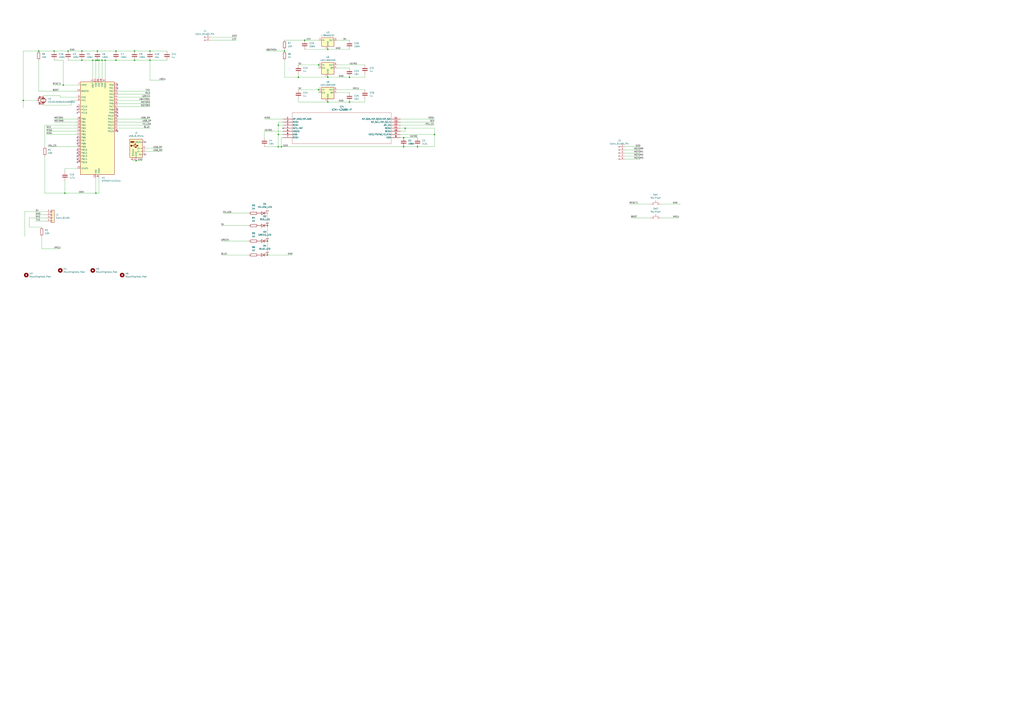
<source format=kicad_sch>
(kicad_sch (version 20231120) (generator "eeschema") (generator_version "8.0")
  (paper "A1")
  (lib_symbols
    (symbol "Conn_01x02_Pin_1" (pin_names (offset 1.016) hide)
      (property "Reference" "J4" (at 0.635 5.08 0))
      (property "Value" "Conn_01x02_Pin" (at 0.635 2.54 0))
      (symbol "Conn_01x02_Pin_1_1_1"
        (polyline (pts (xy 1.27 -2.54) (xy 0.8636 -2.54)) (stroke (width 0.1524)))
        (polyline (pts (xy 1.27 0) (xy 0.8636 0)) (stroke (width 0.1524)))
        (rectangle (start 0.8636 -2.413) (end 0 -2.667) (stroke (width 0.1524)) (fill (type outline)))
        (rectangle (start 0.8636 0.127) (end 0 -0.127) (stroke (width 0.1524)) (fill (type outline)))
        (pin power_out line (at 5.08 0 180) (length 3.81) (name "Pin_1") (number "1"))
        (pin power_out line (at 5.08 -2.54 180) (length 3.81) (name "Pin_2") (number "2"))
      )
    )
    (symbol "Connector:Conn_01x05_Pin" (pin_names (offset 1.016) hide)
      (property "Reference" "J" (at 0 7.62 0))
      (property "Value" "Conn_01x05_Pin" (at 0 -7.62 0))
      (symbol "Conn_01x05_Pin_1_1"
        (polyline (pts (xy 1.27 -5.08) (xy 0.8636 -5.08)) (stroke (width 0.1524)))
        (polyline (pts (xy 1.27 -2.54) (xy 0.8636 -2.54)) (stroke (width 0.1524)))
        (polyline (pts (xy 1.27 0) (xy 0.8636 0)) (stroke (width 0.1524)))
        (polyline (pts (xy 1.27 2.54) (xy 0.8636 2.54)) (stroke (width 0.1524)))
        (polyline (pts (xy 1.27 5.08) (xy 0.8636 5.08)) (stroke (width 0.1524)))
        (rectangle (start 0.8636 -4.953) (end 0 -5.207) (stroke (width 0.1524)) (fill (type outline)))
        (rectangle (start 0.8636 -2.413) (end 0 -2.667) (stroke (width 0.1524)) (fill (type outline)))
        (rectangle (start 0.8636 0.127) (end 0 -0.127) (stroke (width 0.1524)) (fill (type outline)))
        (rectangle (start 0.8636 2.667) (end 0 2.413) (stroke (width 0.1524)) (fill (type outline)))
        (rectangle (start 0.8636 5.207) (end 0 4.953) (stroke (width 0.1524)) (fill (type outline)))
        (pin passive line (at 5.08 5.08 180) (length 3.81) (name "Pin_1") (number "1"))
        (pin passive line (at 5.08 2.54 180) (length 3.81) (name "Pin_2") (number "2"))
        (pin passive line (at 5.08 0 180) (length 3.81) (name "Pin_3") (number "3"))
        (pin passive line (at 5.08 -2.54 180) (length 3.81) (name "Pin_4") (number "4"))
        (pin passive line (at 5.08 -5.08 180) (length 3.81) (name "Pin_5") (number "5"))
      )
    )
    (symbol "Connector:USB_B_Micro" (pin_names (offset 1.016))
      (property "Reference" "J2" (at 0 12.7 0))
      (property "Value" "USB_B_Micro" (at 0 10.16 0))
      (symbol "USB_B_Micro_0_1"
        (rectangle (start -5.08 -7.62) (end 5.08 7.62) (stroke (width 0.254)) (fill (type background)))
        (circle (center -3.81 2.159) (radius 0.635) (stroke (width 0.254)) (fill (type outline)))
        (circle (center -0.635 3.429) (radius 0.381) (stroke (width 0.254)) (fill (type outline)))
        (rectangle (start -0.127 -7.62) (end 0.127 -6.858))
        (polyline (pts (xy -1.905 2.159) (xy 0.635 2.159)) (stroke (width 0.254)))
        (polyline (pts (xy -3.175 2.159) (xy -2.54 2.159) (xy -1.27 3.429) (xy -0.635 3.429)) (stroke (width 0.254)))
        (polyline (pts (xy -2.54 2.159) (xy -1.905 2.159) (xy -1.27 0.889) (xy 0 0.889)) (stroke (width 0.254)))
        (polyline (pts (xy 0.635 2.794) (xy 0.635 1.524) (xy 1.905 2.159) (xy 0.635 2.794)) (stroke (width 0.254)) (fill (type outline)))
        (polyline (pts (xy -4.318 5.588) (xy -1.778 5.588) (xy -2.032 4.826) (xy -4.064 4.826) (xy -4.318 5.588)) (fill (type outline)))
        (polyline (pts (xy -4.699 5.842) (xy -4.699 5.588) (xy -4.445 4.826) (xy -4.445 4.572) (xy -1.651 4.572) (xy -1.651 4.826) (xy -1.397 5.588) (xy -1.397 5.842) (xy -4.699 5.842)))
        (rectangle (start 0.254 1.27) (end -0.508 0.508) (stroke (width 0.254)) (fill (type outline)))
        (rectangle (start 5.08 -5.207) (end 4.318 -4.953))
        (rectangle (start 5.08 -2.667) (end 4.318 -2.413))
        (rectangle (start 5.08 -0.127) (end 4.318 0.127))
        (rectangle (start 5.08 4.953) (end 4.318 5.207))
      )
      (symbol "USB_B_Micro_1_1"
        (pin power_out line (at 7.62 5.08 180) (length 2.54) (name "VBUS") (number "1"))
        (pin bidirectional line (at 7.62 -2.54 180) (length 2.54) (name "D-") (number "2"))
        (pin bidirectional line (at 7.62 0 180) (length 2.54) (name "D+") (number "3"))
        (pin passive line (at 7.62 -5.08 180) (length 2.54) (name "ID") (number "4"))
        (pin power_in line (at 0 -10.16 90) (length 2.54) (name "GND") (number "5"))
        (pin passive line (at -2.54 -10.16 90) (length 2.54) (name "Shield") (number "6"))
      )
    )
    (symbol "Connector_Generic:Conn_01x04" (pin_names (offset 1.016) hide)
      (property "Reference" "J" (at 0 5.08 0))
      (property "Value" "Conn_01x04" (at 0 -7.62 0))
      (symbol "Conn_01x04_1_1"
        (rectangle (start -1.27 -4.953) (end 0 -5.207) (stroke (width 0.1524)))
        (rectangle (start -1.27 -2.413) (end 0 -2.667) (stroke (width 0.1524)))
        (rectangle (start -1.27 0.127) (end 0 -0.127) (stroke (width 0.1524)))
        (rectangle (start -1.27 2.667) (end 0 2.413) (stroke (width 0.1524)))
        (rectangle (start -1.27 3.81) (end 1.27 -6.35) (stroke (width 0.254)) (fill (type background)))
        (pin passive line (at -5.08 2.54 0) (length 3.81) (name "Pin_1") (number "1"))
        (pin passive line (at -5.08 0 0) (length 3.81) (name "Pin_2") (number "2"))
        (pin passive line (at -5.08 -2.54 0) (length 3.81) (name "Pin_3") (number "3"))
        (pin passive line (at -5.08 -5.08 0) (length 3.81) (name "Pin_4") (number "4"))
      )
    )
    (symbol "Device:C" (pin_numbers hide) (pin_names (offset 0.254))
      (property "Reference" "C" (at 0.635 2.54 0))
      (property "Value" "C" (at 0.635 -2.54 0))
      (symbol "C_0_1"
        (polyline (pts (xy -2.032 -0.762) (xy 2.032 -0.762)) (stroke (width 0.508)))
        (polyline (pts (xy -2.032 0.762) (xy 2.032 0.762)) (stroke (width 0.508)))
      )
      (symbol "C_1_1"
        (pin passive line (at 0 3.81 270) (length 2.794) (name "~") (number "1"))
        (pin passive line (at 0 -3.81 90) (length 2.794) (name "~") (number "2"))
      )
    )
    (symbol "Device:LED" (pin_numbers hide) (pin_names (offset 1.016) hide)
      (property "Reference" "D" (at 0 2.54 0))
      (property "Value" "LED" (at 0 -2.54 0))
      (symbol "LED_0_1"
        (polyline (pts (xy -1.27 -1.27) (xy -1.27 1.27)) (stroke (width 0.254)))
        (polyline (pts (xy -1.27 0) (xy 1.27 0)))
        (polyline (pts (xy 1.27 -1.27) (xy 1.27 1.27) (xy -1.27 0) (xy 1.27 -1.27)) (stroke (width 0.254)))
        (polyline (pts (xy -3.048 -0.762) (xy -4.572 -2.286) (xy -3.81 -2.286) (xy -4.572 -2.286) (xy -4.572 -1.524)))
        (polyline (pts (xy -1.778 -0.762) (xy -3.302 -2.286) (xy -2.54 -2.286) (xy -3.302 -2.286) (xy -3.302 -1.524)))
      )
      (symbol "LED_1_1"
        (pin passive line (at -3.81 0 0) (length 2.54) (name "K") (number "1"))
        (pin passive line (at 3.81 0 180) (length 2.54) (name "A") (number "2"))
      )
    )
    (symbol "Device:R" (pin_numbers hide) (pin_names (offset 0))
      (property "Reference" "R" (at 2.032 0 90))
      (property "Value" "R" (at 0 0 90))
      (symbol "R_0_1"
        (rectangle (start -1.016 -2.54) (end 1.016 2.54) (stroke (width 0.254)))
      )
      (symbol "R_1_1"
        (pin passive line (at 0 3.81 270) (length 1.27) (name "~") (number "1"))
        (pin passive line (at 0 -3.81 90) (length 1.27) (name "~") (number "2"))
      )
    )
    (symbol "Device:Resonator" (pin_names (offset 1.016) hide)
      (property "Reference" "Y" (at 0 5.715 0))
      (property "Value" "Resonator" (at 0 3.81 0))
      (symbol "Resonator_0_1"
        (rectangle (start -3.429 -3.175) (end -1.397 -3.429) (fill (type outline)))
        (rectangle (start -3.429 -2.413) (end -1.397 -2.667) (fill (type outline)))
        (circle (center -2.413 0) (radius 0.254) (fill (type outline)))
        (rectangle (start -1.016 2.032) (end 1.016 -2.032) (stroke (width 0.3048)))
        (circle (center 0 -3.81) (radius 0.254) (fill (type outline)))
        (polyline (pts (xy -2.413 -2.413) (xy -2.413 0)))
        (polyline (pts (xy -1.905 0) (xy -3.175 0)))
        (polyline (pts (xy -1.778 -1.27) (xy -1.778 1.27)) (stroke (width 0.508)))
        (polyline (pts (xy 1.778 -1.27) (xy 1.778 1.27)) (stroke (width 0.508)))
        (polyline (pts (xy 1.905 0) (xy 2.54 0)))
        (polyline (pts (xy 2.413 0) (xy 2.413 -2.54)))
        (polyline (pts (xy 2.413 -3.302) (xy 2.413 -3.81) (xy -2.413 -3.81) (xy -2.413 -3.302)))
        (rectangle (start 1.397 -3.175) (end 3.429 -3.429) (fill (type outline)))
        (rectangle (start 1.397 -2.413) (end 3.429 -2.667) (fill (type outline)))
        (circle (center 2.413 0) (radius 0.254) (fill (type outline)))
      )
      (symbol "Resonator_1_1"
        (pin passive line (at -3.81 0 0) (length 1.27) (name "1") (number "1"))
        (pin passive line (at 0 -5.08 90) (length 1.27) (name "2") (number "2"))
        (pin passive line (at 3.81 0 180) (length 1.27) (name "3") (number "3"))
      )
    )
    (symbol "ICM42688P:ICM-42688-P" (pin_names (offset 0.254))
      (property "Reference" "U4" (at 48.26 10.16 0))
      (property "Value" "ICM-42688-P" (at 48.26 7.62 0))
      (symbol "ICM-42688-P_0_1"
        (polyline (pts (xy 7.62 -20.32) (xy 88.9 -20.32)) (stroke (width 0.127)))
        (polyline (pts (xy 7.62 5.08) (xy 7.62 -20.32)) (stroke (width 0.127)))
        (polyline (pts (xy 88.9 -20.32) (xy 88.9 5.08)) (stroke (width 0.127)))
        (polyline (pts (xy 88.9 5.08) (xy 7.62 5.08)) (stroke (width 0.127)))
        (pin bidirectional line (at 0 -7.62 0) (length 7.62) (name "INT1/INT") (number "4"))
        (pin power_in line (at 0 -10.16 0) (length 7.62) (name "VDDIO") (number "5"))
        (pin power_in line (at 96.52 -15.24 180) (length 7.62) (name "VDD") (number "8"))
        (pin bidirectional line (at 96.52 -12.7 180) (length 7.62) (name "INT2/FSYNC/CLKIN") (number "9"))
      )
      (symbol "ICM-42688-P_1_1"
        (pin output line (at 0 0 0) (length 7.62) (name "AP_SDO/AP_AD0") (number "1"))
        (pin power_in line (at 96.52 -10.16 180) (length 7.62) (name "RESV") (number "10"))
        (pin power_in line (at 96.52 -7.62 180) (length 7.62) (name "RESV") (number "11"))
        (pin input line (at 96.52 -5.08 180) (length 7.62) (name "AP_CS") (number "12"))
        (pin output line (at 96.52 -2.54 180) (length 7.62) (name "AP_SCL/AP_SCLK") (number "13"))
        (pin input line (at 96.52 0 180) (length 7.62) (name "AP_SDA/AP_SDIO/AP_SDI") (number "14"))
        (pin power_in line (at 0 -2.54 0) (length 7.62) (name "RESV") (number "2"))
        (pin power_in line (at 0 -5.08 0) (length 7.62) (name "RESV") (number "3"))
        (pin power_in line (at 0 -12.7 0) (length 7.62) (name "GND") (number "6"))
        (pin power_in line (at 0 -15.24 0) (length 7.62) (name "RESV") (number "7"))
      )
    )
    (symbol "MCU_ST_STM32F4:STM32F411CEUx"
      (property "Reference" "U" (at -12.7 39.37 0))
      (property "Value" "STM32F411CEUx" (at 10.16 39.37 0))
      (symbol "STM32F411CEUx_0_1"
        (rectangle (start -12.7 -38.1) (end 15.24 38.1) (stroke (width 0.254)) (fill (type background)))
      )
      (symbol "STM32F411CEUx_1_1"
        (pin power_in line (at -2.54 40.64 270) (length 2.54) (name "VBAT") (number "1"))
        (pin bidirectional line (at 17.78 35.56 180) (length 2.54) (name "PA0") (number "10"))
        (pin bidirectional line (at 17.78 33.02 180) (length 2.54) (name "PA1") (number "11"))
        (pin bidirectional line (at 17.78 30.48 180) (length 2.54) (name "PA2") (number "12"))
        (pin bidirectional line (at 17.78 27.94 180) (length 2.54) (name "PA3") (number "13"))
        (pin bidirectional line (at 17.78 25.4 180) (length 2.54) (name "PA4") (number "14"))
        (pin bidirectional line (at 17.78 22.86 180) (length 2.54) (name "PA5") (number "15"))
        (pin bidirectional line (at 17.78 20.32 180) (length 2.54) (name "PA6") (number "16"))
        (pin bidirectional line (at 17.78 17.78 180) (length 2.54) (name "PA7") (number "17"))
        (pin bidirectional line (at -15.24 7.62 0) (length 2.54) (name "PB0") (number "18"))
        (pin bidirectional line (at -15.24 5.08 0) (length 2.54) (name "PB1") (number "19"))
        (pin bidirectional line (at -15.24 17.78 0) (length 2.54) (name "PC13") (number "2"))
        (pin bidirectional line (at -15.24 2.54 0) (length 2.54) (name "PB2") (number "20"))
        (pin bidirectional line (at -15.24 -17.78 0) (length 2.54) (name "PB10") (number "21"))
        (pin power_out line (at -15.24 -33.02 0) (length 2.54) (name "VCAP1") (number "22"))
        (pin power_in line (at 0 -40.64 90) (length 2.54) (name "VSS") (number "23"))
        (pin power_in line (at 0 40.64 270) (length 2.54) (name "VDD") (number "24"))
        (pin bidirectional line (at -15.24 -20.32 0) (length 2.54) (name "PB12") (number "25"))
        (pin bidirectional line (at -15.24 -22.86 0) (length 2.54) (name "PB13") (number "26"))
        (pin bidirectional line (at -15.24 -25.4 0) (length 2.54) (name "PB14") (number "27"))
        (pin bidirectional line (at -15.24 -27.94 0) (length 2.54) (name "PB15") (number "28"))
        (pin bidirectional line (at 17.78 15.24 180) (length 2.54) (name "PA8") (number "29"))
        (pin bidirectional line (at -15.24 15.24 0) (length 2.54) (name "PC14") (number "3"))
        (pin bidirectional line (at 17.78 12.7 180) (length 2.54) (name "PA9") (number "30"))
        (pin bidirectional line (at 17.78 10.16 180) (length 2.54) (name "PA10") (number "31"))
        (pin bidirectional line (at 17.78 7.62 180) (length 2.54) (name "PA11") (number "32"))
        (pin bidirectional line (at 17.78 5.08 180) (length 2.54) (name "PA12") (number "33"))
        (pin bidirectional line (at 17.78 2.54 180) (length 2.54) (name "PA13") (number "34"))
        (pin passive line (at 0 -40.64 90) (length 2.54) hide (name "VSS") (number "35"))
        (pin power_in line (at 2.54 40.64 270) (length 2.54) (name "VDD") (number "36"))
        (pin bidirectional line (at 17.78 0 180) (length 2.54) (name "PA14") (number "37"))
        (pin bidirectional line (at 17.78 -2.54 180) (length 2.54) (name "PA15") (number "38"))
        (pin bidirectional line (at -15.24 0 0) (length 2.54) (name "PB3") (number "39"))
        (pin bidirectional line (at -15.24 12.7 0) (length 2.54) (name "PC15") (number "4"))
        (pin bidirectional line (at -15.24 -2.54 0) (length 2.54) (name "PB4") (number "40"))
        (pin bidirectional line (at -15.24 -5.08 0) (length 2.54) (name "PB5") (number "41"))
        (pin bidirectional line (at -15.24 -7.62 0) (length 2.54) (name "PB6") (number "42"))
        (pin bidirectional line (at -15.24 -10.16 0) (length 2.54) (name "PB7") (number "43"))
        (pin input line (at -15.24 30.48 0) (length 2.54) (name "BOOT0") (number "44"))
        (pin bidirectional line (at -15.24 -12.7 0) (length 2.54) (name "PB8") (number "45"))
        (pin bidirectional line (at -15.24 -15.24 0) (length 2.54) (name "PB9") (number "46"))
        (pin passive line (at 0 -40.64 90) (length 2.54) hide (name "VSS") (number "47"))
        (pin power_in line (at 5.08 40.64 270) (length 2.54) (name "VDD") (number "48"))
        (pin passive line (at 0 -40.64 90) (length 2.54) hide (name "VSS") (number "49"))
        (pin bidirectional line (at -15.24 25.4 0) (length 2.54) (name "PH0") (number "5"))
        (pin bidirectional line (at -15.24 22.86 0) (length 2.54) (name "PH1") (number "6"))
        (pin input line (at -15.24 35.56 0) (length 2.54) (name "NRST") (number "7"))
        (pin power_in line (at 2.54 -40.64 90) (length 2.54) (name "VSSA") (number "8"))
        (pin power_in line (at 7.62 40.64 270) (length 2.54) (name "VDDA") (number "9"))
      )
    )
    (symbol "Mechanical:MountingHole" (pin_names (offset 1.016)) (exclude_from_sim yes) (in_bom no)
      (property "Reference" "H" (at 0 5.08 0))
      (property "Value" "MountingHole" (at 0 3.175 0))
      (symbol "MountingHole_0_1"
        (circle (center 0 0) (radius 1.27) (stroke (width 1.27)))
      )
    )
    (symbol "Regulator_Linear:L7805" (pin_names (offset 0.254))
      (property "Reference" "U" (at -3.81 3.175 0))
      (property "Value" "L7805" (at 0 3.175 0))
      (symbol "L7805_0_1"
        (rectangle (start -5.08 1.905) (end 5.08 -5.08) (stroke (width 0.254)) (fill (type background)))
      )
      (symbol "L7805_1_1"
        (pin power_in line (at -7.62 0 0) (length 2.54) (name "IN") (number "1"))
        (pin power_in line (at 0 -7.62 90) (length 2.54) (name "GND") (number "2"))
        (pin power_out line (at 7.62 0 180) (length 2.54) (name "OUT") (number "3"))
      )
    )
    (symbol "Regulator_Linear:LDK130-33_SOT23_SOT353" (pin_names (offset 0.254))
      (property "Reference" "U" (at -3.81 5.715 0))
      (property "Value" "LDK130-33_SOT23_SOT353" (at 0 5.715 0))
      (symbol "LDK130-33_SOT23_SOT353_0_1"
        (rectangle (start -5.08 4.445) (end 5.08 -5.08) (stroke (width 0.254)) (fill (type background)))
      )
      (symbol "LDK130-33_SOT23_SOT353_1_1"
        (pin power_in line (at -7.62 2.54 0) (length 2.54) (name "IN") (number "1"))
        (pin power_in line (at 0 -7.62 90) (length 2.54) (name "GND") (number "2"))
        (pin input line (at -7.62 0 0) (length 2.54) (name "EN") (number "3"))
        (pin passive line (at 7.62 0 180) (length 2.54) (name "BP") (number "4"))
        (pin power_out line (at 7.62 2.54 180) (length 2.54) (name "OUT") (number "5"))
      )
    )
    (symbol "Switch:SW_Push" (pin_numbers hide) (pin_names (offset 1.016) hide)
      (property "Reference" "SW" (at 1.27 2.54 0))
      (property "Value" "SW_Push" (at 0 -1.524 0))
      (symbol "SW_Push_0_1"
        (circle (center -2.032 0) (radius 0.508))
        (polyline (pts (xy 0 1.27) (xy 0 3.048)))
        (polyline (pts (xy 2.54 1.27) (xy -2.54 1.27)))
        (circle (center 2.032 0) (radius 0.508))
        (pin passive line (at -5.08 0 0) (length 2.54) (name "1") (number "1"))
        (pin passive line (at 5.08 0 180) (length 2.54) (name "2") (number "2"))
      )
    )
  )
  (junction (at 111.76 132.08))
  (junction (at 228.6 120.65))
  (junction (at 332.74 105.41))
  (junction (at 110.49 49.53))
  (junction (at 19.05 82.55))
  (junction (at 245.11 63.5))
  (junction (at 67.31 49.53))
  (junction (at 228.6 102.87))
  (junction (at 261.62 73.66))
  (junction (at 95.25 41.91))
  (junction (at 287.02 83.82))
  (junction (at 219.71 198.12))
  (junction (at 123.19 49.53))
  (junction (at 55.88 41.91))
  (junction (at 342.9 120.65))
  (junction (at 67.31 41.91))
  (junction (at 78.74 49.53))
  (junction (at 95.25 49.53))
  (junction (at 80.01 41.91))
  (junction (at 250.19 33.02))
  (junction (at 123.19 41.91))
  (junction (at 356.87 110.49))
  (junction (at 228.6 110.49))
  (junction (at 31.75 41.91))
  (junction (at 269.24 40.64))
  (junction (at 53.34 158.75))
  (junction (at 219.71 209.55))
  (junction (at 269.24 63.5))
  (junction (at 331.47 113.03))
  (junction (at 110.49 41.91))
  (junction (at 83.82 49.53))
  (junction (at 52.07 69.85))
  (junction (at 231.14 120.65))
  (junction (at 287.02 63.5))
  (junction (at 233.68 41.91))
  (junction (at 331.47 120.65))
  (junction (at 78.74 158.75))
  (junction (at 86.36 49.53))
  (junction (at 81.28 49.53))
  (junction (at 261.62 53.34))
  (junction (at 80.01 49.53))
  (junction (at 76.2 49.53))
  (junction (at 219.71 185.42))
  (junction (at 44.45 41.91))
  (junction (at 269.24 83.82))
  (no_connect (at 63.5 125.73))
  (no_connect (at 63.5 118.11))
  (no_connect (at 63.5 87.63))
  (no_connect (at 119.38 116.84))
  (no_connect (at 232.41 105.41))
  (no_connect (at 63.5 92.71))
  (no_connect (at 63.5 128.27))
  (no_connect (at 96.52 90.17))
  (no_connect (at 96.52 92.71))
  (no_connect (at 63.5 123.19))
  (no_connect (at 96.52 107.95))
  (no_connect (at 63.5 130.81))
  (no_connect (at 63.5 133.35))
  (no_connect (at 63.5 115.57))
  (no_connect (at 96.52 72.39))
  (no_connect (at 119.38 127))
  (no_connect (at 63.5 113.03))
  (no_connect (at 63.5 90.17))
  (no_connect (at 96.52 95.25))
  (no_connect (at 96.52 69.85))
  (wire (pts (xy 219.71 198.12) (xy 219.71 209.55)))
  (wire (pts (xy 228.6 102.87) (xy 232.41 102.87)))
  (wire (pts (xy 24.13 186.69) (xy 24.13 179.07)))
  (wire (pts (xy 31.75 74.93) (xy 31.75 49.53)))
  (wire (pts (xy 217.17 107.95) (xy 217.17 113.03)))
  (wire (pts (xy 35.56 86.36) (xy 58.42 86.36)))
  (wire (pts (xy 20.32 194.31) (xy 20.32 173.99)))
  (wire (pts (xy 228.6 110.49) (xy 228.6 120.65)))
  (wire (pts (xy 331.47 113.03) (xy 342.9 113.03)))
  (wire (pts (xy 36.83 102.87) (xy 63.5 102.87)))
  (wire (pts (xy 356.87 110.49) (xy 356.87 120.65)))
  (wire (pts (xy 228.6 110.49) (xy 228.6 102.87)))
  (wire (pts (xy 123.19 49.53) (xy 137.16 49.53)))
  (wire (pts (xy 55.88 49.53) (xy 67.31 49.53)))
  (wire (pts (xy 356.87 120.65) (xy 342.9 120.65)))
  (wire (pts (xy 78.74 49.53) (xy 80.01 49.53)))
  (wire (pts (xy 287.02 83.82) (xy 299.72 83.82)))
  (wire (pts (xy 276.86 73.66) (xy 299.72 73.66)))
  (wire (pts (xy 261.62 53.34) (xy 261.62 55.88)))
  (wire (pts (xy 513.08 130.81) (xy 525.78 130.81)))
  (wire (pts (xy 513.08 125.73) (xy 525.78 125.73)))
  (wire (pts (xy 44.45 41.91) (xy 55.88 41.91)))
  (wire (pts (xy 96.52 87.63) (xy 123.19 87.63)))
  (wire (pts (xy 119.38 121.92) (xy 133.35 121.92)))
  (wire (pts (xy 53.34 138.43) (xy 53.34 140.97)))
  (wire (pts (xy 67.31 49.53) (xy 76.2 49.53)))
  (wire (pts (xy 250.19 40.64) (xy 269.24 40.64)))
  (wire (pts (xy 181.61 185.42) (xy 204.47 185.42)))
  (wire (pts (xy 44.45 100.33) (xy 63.5 100.33)))
  (wire (pts (xy 513.08 128.27) (xy 525.78 128.27)))
  (wire (pts (xy 232.41 110.49) (xy 228.6 110.49)))
  (wire (pts (xy 276.86 33.02) (xy 287.02 33.02)))
  (wire (pts (xy 95.25 41.91) (xy 110.49 41.91)))
  (wire (pts (xy 332.74 105.41) (xy 356.87 105.41)))
  (wire (pts (xy 110.49 41.91) (xy 123.19 41.91)))
  (wire (pts (xy 276.86 53.34) (xy 299.72 53.34)))
  (wire (pts (xy 109.22 132.08) (xy 111.76 132.08)))
  (wire (pts (xy 19.05 41.91) (xy 31.75 41.91)))
  (wire (pts (xy 80.01 41.91) (xy 95.25 41.91)))
  (wire (pts (xy 233.68 49.53) (xy 233.68 63.5)))
  (wire (pts (xy 38.1 110.49) (xy 63.5 110.49)))
  (wire (pts (xy 19.05 41.91) (xy 19.05 82.55)))
  (wire (pts (xy 232.41 100.33) (xy 228.6 100.33)))
  (wire (pts (xy 67.31 41.91) (xy 80.01 41.91)))
  (wire (pts (xy 96.52 82.55) (xy 123.19 82.55)))
  (wire (pts (xy 34.29 186.69) (xy 24.13 186.69)))
  (wire (pts (xy 78.74 158.75) (xy 78.74 146.05)))
  (wire (pts (xy 328.93 97.79) (xy 356.87 97.79)))
  (wire (pts (xy 111.76 132.08) (xy 116.84 132.08)))
  (wire (pts (xy 36.83 128.27) (xy 36.83 158.75)))
  (wire (pts (xy 49.53 78.74) (xy 49.53 80.01)))
  (wire (pts (xy 245.11 53.34) (xy 261.62 53.34)))
  (wire (pts (xy 328.93 102.87) (xy 356.87 102.87)))
  (wire (pts (xy 516.89 167.64) (xy 533.4 167.64)))
  (wire (pts (xy 172.72 33.02) (xy 194.31 33.02)))
  (wire (pts (xy 96.52 100.33) (xy 123.19 100.33)))
  (wire (pts (xy 513.08 123.19) (xy 525.78 123.19)))
  (wire (pts (xy 43.18 69.85) (xy 52.07 69.85)))
  (wire (pts (xy 172.72 30.48) (xy 194.31 30.48)))
  (wire (pts (xy 96.52 85.09) (xy 123.19 85.09)))
  (wire (pts (xy 328.93 100.33) (xy 356.87 100.33)))
  (wire (pts (xy 83.82 49.53) (xy 86.36 49.53)))
  (wire (pts (xy 55.88 41.91) (xy 67.31 41.91)))
  (wire (pts (xy 63.5 80.01) (xy 49.53 80.01)))
  (wire (pts (xy 29.21 176.53) (xy 38.1 176.53)))
  (wire (pts (xy 38.1 107.95) (xy 63.5 107.95)))
  (wire (pts (xy 219.71 175.26) (xy 219.71 185.42)))
  (wire (pts (xy 49.53 78.74) (xy 35.56 78.74)))
  (wire (pts (xy 20.32 173.99) (xy 38.1 173.99)))
  (wire (pts (xy 96.52 74.93) (xy 123.19 74.93)))
  (wire (pts (xy 96.52 105.41) (xy 123.19 105.41)))
  (wire (pts (xy 245.11 63.5) (xy 269.24 63.5)))
  (wire (pts (xy 36.83 158.75) (xy 53.34 158.75)))
  (wire (pts (xy 233.68 33.02) (xy 250.19 33.02)))
  (wire (pts (xy 233.68 63.5) (xy 245.11 63.5)))
  (wire (pts (xy 31.75 41.91) (xy 44.45 41.91)))
  (wire (pts (xy 299.72 63.5) (xy 299.72 60.96)))
  (wire (pts (xy 217.17 97.79) (xy 232.41 97.79)))
  (wire (pts (xy 38.1 105.41) (xy 63.5 105.41)))
  (wire (pts (xy 76.2 49.53) (xy 76.2 64.77)))
  (wire (pts (xy 31.75 74.93) (xy 63.5 74.93)))
  (wire (pts (xy 250.19 33.02) (xy 261.62 33.02)))
  (wire (pts (xy 217.17 120.65) (xy 228.6 120.65)))
  (wire (pts (xy 218.44 41.91) (xy 233.68 41.91)))
  (wire (pts (xy 123.19 41.91) (xy 137.16 41.91)))
  (wire (pts (xy 543.56 167.64) (xy 558.8 167.64)))
  (wire (pts (xy 261.62 73.66) (xy 261.62 76.2)))
  (wire (pts (xy 231.14 113.03) (xy 231.14 120.65)))
  (wire (pts (xy 86.36 64.77) (xy 86.36 49.53)))
  (wire (pts (xy 34.29 194.31) (xy 34.29 204.47)))
  (wire (pts (xy 219.71 209.55) (xy 240.03 209.55)))
  (wire (pts (xy 86.36 49.53) (xy 95.25 49.53)))
  (wire (pts (xy 518.16 179.07) (xy 533.4 179.07)))
  (wire (pts (xy 245.11 83.82) (xy 269.24 83.82)))
  (wire (pts (xy 543.56 179.07) (xy 557.53 179.07)))
  (wire (pts (xy 96.52 102.87) (xy 123.19 102.87)))
  (wire (pts (xy 328.93 110.49) (xy 356.87 110.49)))
  (wire (pts (xy 328.93 107.95) (xy 332.74 107.95)))
  (wire (pts (xy 233.68 40.64) (xy 233.68 41.91)))
  (wire (pts (xy 231.14 120.65) (xy 331.47 120.65)))
  (wire (pts (xy 228.6 100.33) (xy 228.6 102.87)))
  (wire (pts (xy 96.52 97.79) (xy 123.19 97.79)))
  (wire (pts (xy 58.42 82.55) (xy 63.5 82.55)))
  (wire (pts (xy 53.34 158.75) (xy 78.74 158.75)))
  (wire (pts (xy 232.41 107.95) (xy 217.17 107.95)))
  (wire (pts (xy 44.45 49.53) (xy 52.07 49.53)))
  (wire (pts (xy 245.11 73.66) (xy 261.62 73.66)))
  (wire (pts (xy 29.21 181.61) (xy 38.1 181.61)))
  (wire (pts (xy 96.52 80.01) (xy 123.19 80.01)))
  (wire (pts (xy 83.82 49.53) (xy 83.82 64.77)))
  (wire (pts (xy 78.74 49.53) (xy 78.74 64.77)))
  (wire (pts (xy 123.19 66.04) (xy 134.62 66.04)))
  (wire (pts (xy 44.45 97.79) (xy 63.5 97.79)))
  (wire (pts (xy 19.05 82.55) (xy 30.48 82.55)))
  (wire (pts (xy 269.24 83.82) (xy 287.02 83.82)))
  (wire (pts (xy 110.49 49.53) (xy 123.19 49.53)))
  (wire (pts (xy 299.72 83.82) (xy 299.72 81.28)))
  (wire (pts (xy 181.61 198.12) (xy 204.47 198.12)))
  (wire (pts (xy 58.42 86.36) (xy 58.42 82.55)))
  (wire (pts (xy 276.86 55.88) (xy 287.02 55.88)))
  (wire (pts (xy 24.13 179.07) (xy 38.1 179.07)))
  (wire (pts (xy 181.61 209.55) (xy 204.47 209.55)))
  (wire (pts (xy 63.5 138.43) (xy 53.34 138.43)))
  (wire (pts (xy 269.24 40.64) (xy 287.02 40.64)))
  (wire (pts (xy 219.71 185.42) (xy 219.71 198.12)))
  (wire (pts (xy 80.01 49.53) (xy 81.28 49.53)))
  (wire (pts (xy 19.05 82.55) (xy 19.05 88.9)))
  (wire (pts (xy 232.41 113.03) (xy 231.14 113.03)))
  (wire (pts (xy 81.28 49.53) (xy 83.82 49.53)))
  (wire (pts (xy 269.24 63.5) (xy 287.02 63.5)))
  (wire (pts (xy 81.28 146.05) (xy 81.28 158.75)))
  (wire (pts (xy 39.37 120.65) (xy 63.5 120.65)))
  (wire (pts (xy 332.74 107.95) (xy 332.74 105.41)))
  (wire (pts (xy 119.38 124.46) (xy 133.35 124.46)))
  (wire (pts (xy 276.86 76.2) (xy 287.02 76.2)))
  (wire (pts (xy 95.25 49.53) (xy 110.49 49.53)))
  (wire (pts (xy 76.2 49.53) (xy 78.74 49.53)))
  (wire (pts (xy 34.29 204.47) (xy 49.53 204.47)))
  (wire (pts (xy 328.93 105.41) (xy 332.74 105.41)))
  (wire (pts (xy 245.11 60.96) (xy 245.11 63.5)))
  (wire (pts (xy 52.07 49.53) (xy 52.07 69.85)))
  (wire (pts (xy 182.88 175.26) (xy 204.47 175.26)))
  (wire (pts (xy 331.47 120.65) (xy 342.9 120.65)))
  (wire (pts (xy 287.02 63.5) (xy 299.72 63.5)))
  (wire (pts (xy 123.19 49.53) (xy 123.19 66.04)))
  (wire (pts (xy 328.93 113.03) (xy 331.47 113.03)))
  (wire (pts (xy 356.87 105.41) (xy 356.87 110.49)))
  (wire (pts (xy 81.28 64.77) (xy 81.28 49.53)))
  (wire (pts (xy 81.28 158.75) (xy 78.74 158.75)))
  (wire (pts (xy 513.08 120.65) (xy 525.78 120.65)))
  (wire (pts (xy 53.34 148.59) (xy 53.34 158.75)))
  (wire (pts (xy 36.83 120.65) (xy 36.83 102.87)))
  (wire (pts (xy 228.6 120.65) (xy 231.14 120.65)))
  (wire (pts (xy 96.52 77.47) (xy 123.19 77.47)))
  (wire (pts (xy 245.11 81.28) (xy 245.11 83.82)))
  (wire (pts (xy 52.07 69.85) (xy 63.5 69.85)))
  (label "MOTOR1" (at 520.7 125.73 0))
  (label "VBATMON" (at 114.3 82.55 0))
  (label "RX3" (at 119.38 77.47 0))
  (label "TX3" (at 29.21 181.61 0))
  (label "GND" (at 232.41 120.65 0))
  (label "USB_DP" (at 125.73 121.92 0))
  (label "VBATMON" (at 218.44 41.91 0))
  (label "USB_DM" (at 125.73 124.46 0))
  (label "5V" (at 245.11 53.34 0))
  (label "BLUE" (at 181.61 209.55 0))
  (label "MOTOR0" (at 520.7 123.19 0))
  (label "GND" (at 190.5 30.48 0))
  (label "BOOT" (at 43.18 74.93 0))
  (label "VGYRO" (at 336.55 113.03 0))
  (label "SCK" (at 38.1 105.41 0))
  (label "VGYRO" (at 217.17 107.95 0))
  (label "GND" (at 278.13 63.5 0))
  (label "VGYRO" (at 287.02 53.34 0))
  (label "VMCU" (at 289.56 73.66 0))
  (label "VMCU" (at 44.45 204.47 0))
  (label "BLUE" (at 118.11 105.41 0))
  (label "RESET1" (at 516.89 167.64 0))
  (label "12V" (at 190.5 33.02 0))
  (label "RESET1" (at 43.18 69.85 0))
  (label "IMU_CS" (at 39.37 120.65 0))
  (label "MOTOR1" (at 44.45 97.79 0))
  (label "12V" (at 251.46 33.02 0))
  (label "VMCU" (at 552.45 179.07 0))
  (label "GREEN" (at 181.61 198.12 0))
  (label "BOOT" (at 518.16 179.07 0))
  (label "GND" (at 552.45 167.64 0))
  (label "MOTOR3" (at 520.7 130.81 0))
  (label "GND" (at 29.21 176.53 0))
  (label "USB_DM" (at 115.57 97.79 0))
  (label "USB_DP" (at 116.84 100.33 0))
  (label "YELLOW" (at 182.88 175.26 0))
  (label "MOSI" (at 38.1 110.49 0))
  (label "MOTOR2" (at 520.7 128.27 0))
  (label "5V" (at 181.61 185.42 0))
  (label "GREEN" (at 116.84 80.01 0))
  (label "TX3" (at 119.38 74.93 0))
  (label "GND" (at 236.22 209.55 0))
  (label "MISO" (at 217.17 97.79 0))
  (label "MOSI" (at 351.79 97.79 0))
  (label "5V" (at 281.94 33.02 0))
  (label "GND" (at 521.97 120.65 0))
  (label "GND" (at 64.77 158.75 0))
  (label "5V" (at 245.11 73.66 0))
  (label "MISO" (at 38.1 107.95 0))
  (label "YELLOW" (at 116.84 102.87 0))
  (label "SCK" (at 353.06 100.33 0))
  (label "MOTOR0" (at 44.45 100.33 0))
  (label "GND" (at 278.13 83.82 0))
  (label "GND" (at 57.15 41.91 0))
  (label "VMCU" (at 130.81 66.04 0))
  (label "MOTOR2" (at 115.57 87.63 0))
  (label "GND" (at 113.03 132.08 0))
  (label "5V" (at 29.21 173.99 0))
  (label "IMU_CS" (at 349.25 102.87 0))
  (label "RX3" (at 29.21 179.07 0))
  (label "MOTOR3" (at 115.57 85.09 0))
  (label "GND" (at 275.59 40.64 0))
  (symbol (lib_id "Mechanical:MountingHole") (at 49.53 222.25 0) (unit 1) (exclude_from_sim yes) (in_bom no)
    (property "Reference" "H4" (at 52.07 220.9799 0) (effects (justify left)))
    (property "Value" "MountingHole_Pad" (at 52.07 223.5199 0) (effects (justify left)))
    (property "Footprint" "MountingHole:MountingHole_4.3mm_M4_DIN965" (effects (hide yes)))
    (property "Description" "Mounting Hole without connection" (effects (hide yes)))
  )
  (symbol (lib_id "Device:LED") (at 215.9 175.26 180) (unit 1)
    (property "Reference" "D1" (at 217.4875 167.64 0))
    (property "Value" "YELLOW_LED" (at 217.4875 170.18 0))
    (property "Footprint" "LED_SMD:LED_0603_1608Metric" (effects (hide yes)))
  )
  (symbol (lib_id "Device:C") (at 331.47 116.84 180) (unit 1)
    (property "Reference" "C1" (at 335.28 115.5699 0) (effects (justify right)))
    (property "Value" "100n" (at 335.28 118.1099 0) (effects (justify right)))
    (property "Footprint" "Capacitor_SMD:C_0603_1608Metric" (effects (hide yes)))
  )
  (symbol (lib_id "Device:C") (at 245.11 57.15 0) (unit 1)
    (property "Reference" "C22" (at 248.92 55.8799 0) (effects (justify left)))
    (property "Value" "1u" (at 248.92 58.4199 0) (effects (justify left)))
    (property "Footprint" "Capacitor_SMD:C_0805_2012Metric" (effects (hide yes)))
  )
  (symbol (lib_id "Connector:Conn_01x05_Pin") (at 508 125.73 0) (unit 1)
    (property "Reference" "J3" (at 508.635 115.57 0))
    (property "Value" "Conn_01x05_Pin" (at 508.635 118.11 0))
    (property "Footprint" "Connector_JST:JST_XH_B5B-XH-A_1x05_P2.50mm_Vertical" (effects (hide yes)))
    (property "Description" "Generic connector, single row, 01x05, script generated" (effects (hide yes)))
  )
  (symbol (lib_id "Regulator_Linear:LDK130-33_SOT23_SOT353") (at 269.24 76.2 0) (unit 1)
    (property "Reference" "U6" (at 269.24 67.31 0))
    (property "Value" "LDK130M33R" (at 269.24 69.85 0))
    (property "Footprint" "Package_TO_SOT_SMD:SOT-23-5" (effects (hide yes)))
    (property "Datasheet" "http://www.st.com/content/ccc/resource/technical/document/datasheet/29/10/f7/87/2f/66/47/f4/DM00076097.pdf/files/DM00076097.pdf/jcr:content/translations/en.DM00076097.pdf" (effects (hide yes)))
    (property "Description" "300mA low dropout linear regulator, low quiescent current very, low noise, shutdown pin, 3.3V fixed positive output, SOT-23-5/SOT-353-5/SC-70-5" (effects (hide yes)))
  )
  (symbol (lib_id "Regulator_Linear:L7805") (at 269.24 33.02 0) (unit 1)
    (property "Reference" "U3" (at 269.24 26.67 0))
    (property "Value" "L78M05CDT" (at 269.24 29.21 0))
    (property "Footprint" "Package_TO_SOT_SMD:TO-252-2" (effects (hide yes)))
    (property "Datasheet" "http://www.st.com/content/ccc/resource/technical/document/datasheet/41/4f/b3/b0/12/d4/47/88/CD00000444.pdf/files/CD00000444.pdf/jcr:content/translations/en.CD00000444.pdf" (effects (hide yes)))
    (property "Description" "Positive 1.5A 35V Linear Regulator, Fixed Output 5V, TO-220/TO-263/TO-252" (effects (hide yes)))
  )
  (symbol (lib_id "Device:C") (at 287.02 59.69 180) (unit 1)
    (property "Reference" "C23" (at 290.83 58.4199 0) (effects (justify right)))
    (property "Value" "10n" (at 290.83 60.9599 0) (effects (justify right)))
    (property "Footprint" "Capacitor_SMD:C_0603_1608Metric" (effects (hide yes)))
  )
  (symbol (lib_id "Device:LED") (at 215.9 185.42 180) (unit 1)
    (property "Reference" "D2" (at 217.4875 177.8 0))
    (property "Value" "RED_LED" (at 217.4875 180.34 0))
    (property "Footprint" "LED_SMD:LED_0603_1608Metric" (effects (hide yes)))
  )
  (symbol (lib_id "Device:C") (at 67.31 45.72 180) (unit 1)
    (property "Reference" "C5" (at 71.12 44.4499 0) (effects (justify right)))
    (property "Value" "100n" (at 71.12 46.9899 0) (effects (justify right)))
    (property "Footprint" "Capacitor_SMD:C_0402_1005Metric" (effects (hide yes)))
  )
  (symbol (lib_id "Switch:SW_Push") (at 538.48 179.07 0) (unit 1)
    (property "Reference" "SW2" (at 538.48 171.45 0))
    (property "Value" "SW_Push" (at 538.48 173.99 0))
    (property "Footprint" "Button_Switch_THT:SW_PUSH_1P1T_6x3.5mm_H4.3_APEM_MJTP1243" (effects (hide yes)))
    (property "Description" "Push button switch, generic, two pins" (effects (hide yes)))
  )
  (symbol (lib_id "Device:R") (at 36.83 124.46 0) (unit 1)
    (property "Reference" "R1" (at 39.37 123.19 0) (effects (justify left)))
    (property "Value" "10K" (at 39.37 125.73 0) (effects (justify left)))
    (property "Footprint" "Resistor_SMD:R_0402_1005Metric" (effects (hide yes)))
  )
  (symbol (lib_id "Device:R") (at 208.28 175.26 90) (unit 1)
    (property "Reference" "R3" (at 208.28 168.91 90))
    (property "Value" "1K" (at 208.28 171.45 90))
    (property "Footprint" "Resistor_SMD:R_0402_1005Metric" (effects (hide yes)))
  )
  (symbol (lib_id "Device:R") (at 233.68 45.72 180) (unit 1)
    (property "Reference" "R8" (at 236.22 44.4499 0) (effects (justify right)))
    (property "Value" "1K" (at 236.22 46.9899 0) (effects (justify right)))
    (property "Footprint" "Resistor_SMD:R_0603_1608Metric" (effects (hide yes)))
  )
  (symbol (lib_id "Device:C") (at 123.19 45.72 0) (unit 1)
    (property "Reference" "C10" (at 127 44.4499 0) (effects (justify left)))
    (property "Value" "10u" (at 127 46.9899 0) (effects (justify left)))
    (property "Footprint" "Capacitor_SMD:C_1206_3216Metric" (effects (hide yes)))
  )
  (symbol (lib_id "Device:C") (at 137.16 45.72 0) (unit 1)
    (property "Reference" "C11" (at 140.97 44.4499 0) (effects (justify left)))
    (property "Value" "1u" (at 140.97 46.9899 0) (effects (justify left)))
    (property "Footprint" "Capacitor_SMD:C_0805_2012Metric" (effects (hide yes)))
  )
  (symbol (lib_id "Device:C") (at 110.49 45.72 180) (unit 1)
    (property "Reference" "C9" (at 114.3 44.4499 0) (effects (justify right)))
    (property "Value" "100n" (at 114.3 46.9899 0) (effects (justify right)))
    (property "Footprint" "Capacitor_SMD:C_0402_1005Metric" (effects (hide yes)))
  )
  (symbol (lib_id "Device:C") (at 299.72 77.47 0) (unit 1)
    (property "Reference" "C26" (at 303.53 76.1999 0) (effects (justify left)))
    (property "Value" "1u" (at 303.53 78.7399 0) (effects (justify left)))
    (property "Footprint" "Capacitor_SMD:C_0805_2012Metric" (effects (hide yes)))
  )
  (symbol (lib_id "MCU_ST_STM32F4:STM32F411CEUx") (at 78.74 105.41 0) (unit 1)
    (property "Reference" "U1" (at 83.4741 146.05 0) (effects (justify left)))
    (property "Value" "STM32F411CEUx" (at 83.4741 148.59 0) (effects (justify left)))
    (property "Footprint" "Package_DFN_QFN:QFN-48-1EP_7x7mm_P0.5mm_EP5.6x5.6mm" (effects (hide yes)))
    (property "Datasheet" "https://www.st.com/resource/en/datasheet/stm32f411ce.pdf" (effects (hide yes)))
    (property "Description" "STMicroelectronics Arm Cortex-M4 MCU, 512KB flash, 128KB RAM, 100 MHz, 1.7-3.6V, 36 GPIO, UFQFPN48" (effects (hide yes)))
  )
  (symbol (lib_id "Device:C") (at 80.01 45.72 180) (unit 1)
    (property "Reference" "C6" (at 83.82 44.4499 0) (effects (justify right)))
    (property "Value" "100n" (at 83.82 46.9899 0) (effects (justify right)))
    (property "Footprint" "Capacitor_SMD:C_0402_1005Metric" (effects (hide yes)))
  )
  (symbol (lib_id "Device:C") (at 287.02 36.83 180) (unit 1)
    (property "Reference" "C20" (at 290.83 35.5599 0) (effects (justify right)))
    (property "Value" "100n" (at 290.83 38.0999 0) (effects (justify right)))
    (property "Footprint" "Capacitor_SMD:C_0603_1608Metric" (effects (hide yes)))
  )
  (symbol (lib_id "Device:Resonator") (at 35.56 82.55 270) (unit 1)
    (property "Reference" "Y2" (at 39.37 81.2799 90) (effects (justify left)))
    (property "Value" "CSTNE20M0V53Z000R0" (at 39.37 83.8199 90) (effects (justify left)))
    (property "Footprint" "Crystal:Resonator_SMD_Murata_CSTxExxV-3Pin_3.0x1.1mm" (effects (hide yes)))
    (property "Description" "Three pin ceramic resonator" (effects (hide yes)))
  )
  (symbol (lib_id "Device:R") (at 233.68 36.83 0) (unit 1)
    (property "Reference" "R7" (at 236.22 35.56 0) (effects (justify left)))
    (property "Value" "10K" (at 236.22 38.1 0) (effects (justify left)))
    (property "Footprint" "Resistor_SMD:R_0603_1608Metric" (effects (hide yes)))
  )
  (symbol (lib_id "Device:LED") (at 215.9 198.12 180) (unit 1)
    (property "Reference" "D3" (at 217.4875 190.5 0))
    (property "Value" "GREEN_LED" (at 217.4875 193.04 0))
    (property "Footprint" "LED_SMD:LED_0603_1608Metric" (effects (hide yes)))
  )
  (symbol (lib_id "Device:C") (at 53.34 144.78 0) (unit 1)
    (property "Reference" "C15" (at 57.15 143.5099 0) (effects (justify left)))
    (property "Value" "4.7u" (at 57.15 146.0499 0) (effects (justify left)))
    (property "Footprint" "Capacitor_SMD:C_1206_3216Metric" (effects (hide yes)))
  )
  (symbol (lib_id "Mechanical:MountingHole") (at 76.2 222.25 0) (unit 1) (exclude_from_sim yes) (in_bom no)
    (property "Reference" "H5" (at 78.74 220.9799 0) (effects (justify left)))
    (property "Value" "MountingHole_Pad" (at 78.74 223.5199 0) (effects (justify left)))
    (property "Footprint" "MountingHole:MountingHole_4.3mm_M4_DIN965" (effects (hide yes)))
    (property "Description" "Mounting Hole without connection" (effects (hide yes)))
  )
  (symbol (lib_id "Device:R") (at 31.75 45.72 0) (unit 1)
    (property "Reference" "R9" (at 34.29 44.45 0) (effects (justify left)))
    (property "Value" "10K" (at 34.29 46.99 0) (effects (justify left)))
    (property "Footprint" "Resistor_SMD:R_0402_1005Metric" (effects (hide yes)))
  )
  (symbol (lib_id "Device:R") (at 208.28 209.55 90) (unit 1)
    (property "Reference" "R6" (at 208.28 203.2 90))
    (property "Value" "1K" (at 208.28 205.74 90))
    (property "Footprint" "Resistor_SMD:R_0402_1005Metric" (effects (hide yes)))
  )
  (symbol (lib_id "Device:C") (at 342.9 116.84 0) (unit 1)
    (property "Reference" "C2" (at 346.71 115.5699 0) (effects (justify left)))
    (property "Value" "2.2u" (at 346.71 118.1099 0) (effects (justify left)))
    (property "Footprint" "Capacitor_SMD:C_0805_2012Metric" (effects (hide yes)))
  )
  (symbol (lib_id "Regulator_Linear:LDK130-33_SOT23_SOT353") (at 269.24 55.88 0) (unit 1)
    (property "Reference" "U5" (at 269.24 46.99 0))
    (property "Value" "LDK130M33R" (at 269.24 49.53 0))
    (property "Footprint" "Package_TO_SOT_SMD:SOT-23-5" (effects (hide yes)))
    (property "Datasheet" "http://www.st.com/content/ccc/resource/technical/document/datasheet/29/10/f7/87/2f/66/47/f4/DM00076097.pdf/files/DM00076097.pdf/jcr:content/translations/en.DM00076097.pdf" (effects (hide yes)))
    (property "Description" "300mA low dropout linear regulator, low quiescent current very, low noise, shutdown pin, 3.3V fixed positive output, SOT-23-5/SOT-353-5/SC-70-5" (effects (hide yes)))
  )
  (symbol (lib_id "Connector_Generic:Conn_01x04") (at 43.18 176.53 0) (unit 1)
    (property "Reference" "J1" (at 45.72 176.53 0) (effects (justify left)))
    (property "Value" "Conn_01x04" (at 45.72 179.07 0) (effects (justify left)))
    (property "Footprint" "Connector_PinHeader_2.54mm:PinHeader_1x04_P2.54mm_Vertical" (effects (hide yes)))
  )
  (symbol (lib_id "Mechanical:MountingHole") (at 100.33 226.06 0) (unit 1) (exclude_from_sim yes) (in_bom no)
    (property "Reference" "H6" (at 102.87 224.7899 0) (effects (justify left)))
    (property "Value" "MountingHole_Pad" (at 102.87 227.3299 0) (effects (justify left)))
    (property "Footprint" "MountingHole:MountingHole_4.3mm_M4_DIN965" (effects (hide yes)))
    (property "Description" "Mounting Hole without connection" (effects (hide yes)))
  )
  (symbol (lib_id "Connector:USB_B_Micro") (at 111.76 121.92 0) (unit 1)
    (property "Reference" "J2" (at 111.76 109.22 0))
    (property "Value" "USB_B_Micro" (at 111.76 111.76 0))
    (property "Footprint" "Connector_USB:USB_Micro-B_Molex_47346-0001" (effects (hide yes)))
    (property "Description" "USB Micro Type B connector" (effects (hide yes)))
  )
  (symbol (lib_id "Device:C") (at 44.45 45.72 180) (unit 1)
    (property "Reference" "C16" (at 48.26 44.4499 0) (effects (justify right)))
    (property "Value" "100n" (at 48.26 46.9899 0) (effects (justify right)))
    (property "Footprint" "Capacitor_SMD:C_0402_1005Metric" (effects (hide yes)))
  )
  (symbol (lib_id "Device:C") (at 245.11 77.47 0) (unit 1)
    (property "Reference" "C24" (at 248.92 76.1999 0) (effects (justify left)))
    (property "Value" "1u" (at 248.92 78.7399 0) (effects (justify left)))
    (property "Footprint" "Capacitor_SMD:C_0805_2012Metric" (effects (hide yes)))
  )
  (symbol (lib_id "Switch:SW_Push") (at 538.48 167.64 0) (unit 1)
    (property "Reference" "SW1" (at 538.48 160.02 0))
    (property "Value" "SW_Push" (at 538.48 162.56 0))
    (property "Footprint" "Button_Switch_THT:SW_PUSH_1P1T_6x3.5mm_H4.3_APEM_MJTP1243" (effects (hide yes)))
    (property "Description" "Push button switch, generic, two pins" (effects (hide yes)))
  )
  (symbol (lib_id "Device:C") (at 55.88 45.72 180) (unit 1)
    (property "Reference" "C3" (at 59.69 44.4499 0) (effects (justify right)))
    (property "Value" "100n" (at 59.69 46.9899 0) (effects (justify right)))
    (property "Footprint" "Capacitor_SMD:C_0402_1005Metric" (effects (hide yes)))
  )
  (symbol (lib_id "Device:R") (at 34.29 190.5 0) (unit 1)
    (property "Reference" "R2" (at 36.83 189.23 0) (effects (justify left)))
    (property "Value" "10K" (at 36.83 191.77 0) (effects (justify left)))
    (property "Footprint" "Resistor_SMD:R_0402_1005Metric" (effects (hide yes)))
  )
  (symbol (lib_id "Device:C") (at 250.19 36.83 180) (unit 1)
    (property "Reference" "C19" (at 254 35.5599 0) (effects (justify right)))
    (property "Value" "330n" (at 254 38.0999 0) (effects (justify right)))
    (property "Footprint" "Capacitor_SMD:C_0805_2012Metric" (effects (hide yes)))
  )
  (symbol (lib_id "Device:C") (at 287.02 80.01 180) (unit 1)
    (property "Reference" "C25" (at 290.83 78.7399 0) (effects (justify right)))
    (property "Value" "10n" (at 290.83 81.2799 0) (effects (justify right)))
    (property "Footprint" "Capacitor_SMD:C_0603_1608Metric" (effects (hide yes)))
  )
  (symbol (lib_id "Device:R") (at 208.28 185.42 90) (unit 1)
    (property "Reference" "R4" (at 208.28 179.07 90))
    (property "Value" "1K" (at 208.28 181.61 90))
    (property "Footprint" "Resistor_SMD:R_0402_1005Metric" (effects (hide yes)))
  )
  (symbol (lib_id "Mechanical:MountingHole") (at 21.59 226.06 0) (unit 1) (exclude_from_sim yes) (in_bom no)
    (property "Reference" "H2" (at 24.13 224.7899 0) (effects (justify left)))
    (property "Value" "MountingHole_Pad" (at 24.13 227.3299 0) (effects (justify left)))
    (property "Footprint" "MountingHole:MountingHole_4.3mm_M4_DIN965" (effects (hide yes)))
    (property "Description" "Mounting Hole without connection" (effects (hide yes)))
  )
  (symbol (lib_id "Device:C") (at 95.25 45.72 180) (unit 1)
    (property "Reference" "C7" (at 99.06 44.4499 0) (effects (justify right)))
    (property "Value" "100n" (at 99.06 46.9899 0) (effects (justify right)))
    (property "Footprint" "Capacitor_SMD:C_0402_1005Metric" (effects (hide yes)))
  )
  (symbol (lib_id "ICM42688P:ICM-42688-P") (at 232.41 97.79 0) (unit 1)
    (property "Reference" "U4" (at 280.67 87.63 0) (effects (font (size 1.524 1.524))))
    (property "Value" "ICM-42688-P" (at 280.67 90.17 0) (effects (font (size 1.524 1.524))))
    (property "Footprint" "footprints:LGA14_2P5X3X0P91_IVS-L" (effects (hide yes)))
    (property "Datasheet" "ICM-42688-P" (effects (hide yes)))
  )
  (symbol (lib_id "Device:C") (at 299.72 57.15 0) (unit 1)
    (property "Reference" "C21" (at 303.53 55.8799 0) (effects (justify left)))
    (property "Value" "1u" (at 303.53 58.4199 0) (effects (justify left)))
    (property "Footprint" "Capacitor_SMD:C_0805_2012Metric" (effects (hide yes)))
  )
  (symbol (lib_id "Device:R") (at 208.28 198.12 90) (unit 1)
    (property "Reference" "R5" (at 208.28 191.77 90))
    (property "Value" "1K" (at 208.28 194.31 90))
    (property "Footprint" "Resistor_SMD:R_0402_1005Metric" (effects (hide yes)))
  )
  (symbol (lib_id "Device:C") (at 217.17 116.84 180) (unit 1)
    (property "Reference" "C4" (at 220.98 115.5699 0) (effects (justify right)))
    (property "Value" "10n" (at 220.98 118.1099 0) (effects (justify right)))
    (property "Footprint" "Capacitor_SMD:C_0603_1608Metric" (effects (hide yes)))
  )
  (symbol (lib_id "Device:LED") (at 215.9 209.55 180) (unit 1)
    (property "Reference" "D4" (at 217.4875 201.93 0))
    (property "Value" "BLUE_LED" (at 217.4875 204.47 0))
    (property "Footprint" "LED_SMD:LED_0603_1608Metric" (effects (hide yes)))
  )
  (symbol (lib_name "Conn_01x02_Pin_1") (lib_id "Connector:Conn_01x02_Pin") (at 167.64 30.48 0) (unit 1)
    (property "Reference" "J4" (at 168.275 25.4 0))
    (property "Value" "Conn_01x02_Pin" (at 168.275 27.94 0))
    (property "Footprint" "Connector_JST:JST_XH_B2B-XH-A_1x02_P2.50mm_Vertical" (effects (hide yes)))
    (property "Description" "Generic connector, single row, 01x02, script generated" (effects (hide yes)))
  )
)
</source>
